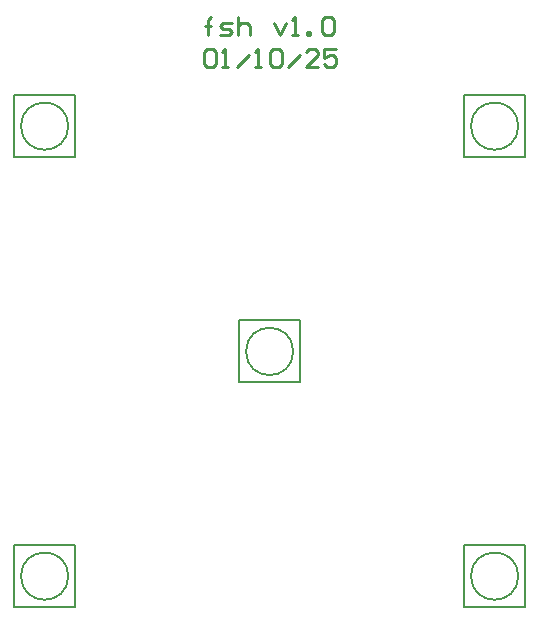
<source format=gto>
G04*
G04 #@! TF.GenerationSoftware,Altium Limited,Altium Designer,23.8.1 (32)*
G04*
G04 Layer_Color=65535*
%FSLAX25Y25*%
%MOIN*%
G70*
G04*
G04 #@! TF.SameCoordinates,69CDD0E5-7439-40E5-B8CE-76B83E1F4441*
G04*
G04*
G04 #@! TF.FilePolarity,Positive*
G04*
G01*
G75*
%ADD10C,0.00700*%
%ADD11C,0.01000*%
D10*
X82874Y-74902D02*
G03*
X82874Y-74902I-7874J0D01*
G01*
X-67126D02*
G03*
X-67126Y-74902I-7874J0D01*
G01*
X82874Y75098D02*
G03*
X82874Y75098I-7874J0D01*
G01*
X-67126D02*
G03*
X-67126Y75098I-7874J0D01*
G01*
X7874Y0D02*
G03*
X7874Y0I-7874J0D01*
G01*
X64764Y-64567D02*
X85236D01*
X85236Y-64567D01*
Y-85236D02*
Y-64567D01*
X64764Y-85236D02*
X85236D01*
X64764Y-85236D02*
X64764Y-85236D01*
X64764Y-85236D02*
Y-64567D01*
X-85236D02*
X-64764D01*
X-64764Y-64567D01*
Y-85236D02*
Y-64567D01*
X-85236Y-85236D02*
X-64764D01*
X-85236Y-85236D02*
X-85236Y-85236D01*
X-85236Y-85236D02*
Y-64567D01*
X64764Y85433D02*
X85236D01*
X85236Y85433D01*
Y64764D02*
Y85433D01*
X64764Y64764D02*
X85236D01*
X64764Y64764D02*
X64764Y64764D01*
X64764Y64764D02*
Y85433D01*
X-85236D02*
X-64764D01*
X-64764Y85433D01*
Y64764D02*
Y85433D01*
X-85236Y64764D02*
X-64764D01*
X-85236Y64764D02*
X-85236Y64764D01*
X-85236Y64764D02*
Y85433D01*
X-10236Y10335D02*
X10236D01*
X10236Y10335D01*
Y-10335D02*
Y10335D01*
X-10236Y-10335D02*
X10236D01*
X-10236Y-10335D02*
X-10236Y-10335D01*
X-10236Y-10335D02*
Y10335D01*
D11*
X-21993Y99691D02*
X-20993Y100690D01*
X-18994D01*
X-17994Y99691D01*
Y95692D01*
X-18994Y94692D01*
X-20993D01*
X-21993Y95692D01*
Y99691D01*
X-15995Y94692D02*
X-13995D01*
X-14995D01*
Y100690D01*
X-15995Y99691D01*
X-10996Y94692D02*
X-6998Y98691D01*
X-4998Y94692D02*
X-2999D01*
X-3999D01*
Y100690D01*
X-4998Y99691D01*
X0D02*
X1000Y100690D01*
X2999D01*
X3999Y99691D01*
Y95692D01*
X2999Y94692D01*
X1000D01*
X0Y95692D01*
Y99691D01*
X5998Y94692D02*
X9997Y98691D01*
X15995Y94692D02*
X11996D01*
X15995Y98691D01*
Y99691D01*
X14995Y100690D01*
X12996D01*
X11996Y99691D01*
X21993Y100690D02*
X17994D01*
Y97691D01*
X19994Y98691D01*
X20993D01*
X21993Y97691D01*
Y95692D01*
X20993Y94692D01*
X18994D01*
X17994Y95692D01*
X-20493Y105603D02*
Y110602D01*
Y108602D01*
X-21493D01*
X-19494D01*
X-20493D01*
Y110602D01*
X-19494Y111601D01*
X-16495Y105603D02*
X-13496D01*
X-12496Y106603D01*
X-13496Y107603D01*
X-15495D01*
X-16495Y108602D01*
X-15495Y109602D01*
X-12496D01*
X-10497Y111601D02*
Y105603D01*
Y108602D01*
X-9497Y109602D01*
X-7498D01*
X-6498Y108602D01*
Y105603D01*
X1500Y109602D02*
X3499Y105603D01*
X5498Y109602D01*
X7498Y105603D02*
X9497D01*
X8497D01*
Y111601D01*
X7498Y110602D01*
X12496Y105603D02*
Y106603D01*
X13496D01*
Y105603D01*
X12496D01*
X17494Y110602D02*
X18494Y111601D01*
X20493D01*
X21493Y110602D01*
Y106603D01*
X20493Y105603D01*
X18494D01*
X17494Y106603D01*
Y110602D01*
M02*

</source>
